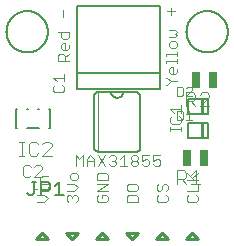
<source format=gbr>
G04 EAGLE Gerber RS-274X export*
G75*
%MOMM*%
%FSLAX34Y34*%
%LPD*%
%INSilkscreen Top*%
%IPPOS*%
%AMOC8*
5,1,8,0,0,1.08239X$1,22.5*%
G01*
%ADD10C,0.254000*%
%ADD11C,0.076200*%
%ADD12C,0.152400*%
%ADD13C,0.050800*%
%ADD14C,0.101600*%
%ADD15C,0.127000*%
%ADD16R,0.650000X1.400000*%


D10*
X109220Y7620D02*
X114300Y2540D01*
X119380Y7620D01*
X109220Y7620D01*
X134620Y2540D02*
X139700Y7620D01*
X134620Y2540D02*
X144780Y2540D01*
X139700Y7620D01*
X160020Y2540D02*
X170180Y2540D01*
X165100Y7620D01*
X160020Y2540D01*
X43180Y2540D02*
X33020Y2540D01*
X38100Y7620D02*
X43180Y2540D01*
X38100Y7620D02*
X33020Y2540D01*
X83820Y2540D02*
X93980Y2540D01*
X88900Y7620D01*
X83820Y2540D01*
X63500Y2540D02*
X58420Y7620D01*
X63500Y2540D02*
X68580Y7620D01*
X58420Y7620D01*
D11*
X134993Y38104D02*
X136561Y39672D01*
X134993Y38104D02*
X134993Y34969D01*
X136561Y33401D01*
X142831Y33401D01*
X144399Y34969D01*
X144399Y38104D01*
X142831Y39672D01*
X134993Y47459D02*
X136561Y49027D01*
X134993Y47459D02*
X134993Y44324D01*
X136561Y42756D01*
X138128Y42756D01*
X139696Y44324D01*
X139696Y47459D01*
X141264Y49027D01*
X142831Y49027D01*
X144399Y47459D01*
X144399Y44324D01*
X142831Y42756D01*
X85761Y39672D02*
X84193Y38104D01*
X84193Y34969D01*
X85761Y33401D01*
X92031Y33401D01*
X93599Y34969D01*
X93599Y38104D01*
X92031Y39672D01*
X88896Y39672D01*
X88896Y36536D01*
X93599Y42756D02*
X84193Y42756D01*
X93599Y49027D01*
X84193Y49027D01*
X84193Y52111D02*
X93599Y52111D01*
X93599Y56814D01*
X92031Y58382D01*
X85761Y58382D01*
X84193Y56814D01*
X84193Y52111D01*
X109593Y33401D02*
X118999Y33401D01*
X118999Y38104D01*
X117431Y39672D01*
X111161Y39672D01*
X109593Y38104D01*
X109593Y33401D01*
X109593Y44324D02*
X109593Y47459D01*
X109593Y44324D02*
X111161Y42756D01*
X117431Y42756D01*
X118999Y44324D01*
X118999Y47459D01*
X117431Y49027D01*
X111161Y49027D01*
X109593Y47459D01*
X160393Y38104D02*
X161961Y39672D01*
X160393Y38104D02*
X160393Y34969D01*
X161961Y33401D01*
X168231Y33401D01*
X169799Y34969D01*
X169799Y38104D01*
X168231Y39672D01*
X169799Y42756D02*
X160393Y42756D01*
X169799Y42756D02*
X169799Y49027D01*
X169799Y52111D02*
X160393Y52111D01*
X166664Y52111D02*
X160393Y58382D01*
X165096Y53679D02*
X169799Y58382D01*
X39664Y33401D02*
X33393Y33401D01*
X39664Y33401D02*
X42799Y36536D01*
X39664Y39672D01*
X33393Y39672D01*
X36528Y42756D02*
X36528Y44324D01*
X42799Y44324D01*
X42799Y42756D02*
X42799Y45892D01*
X33393Y44324D02*
X31825Y44324D01*
X36528Y48993D02*
X42799Y48993D01*
X36528Y48993D02*
X36528Y53696D01*
X38096Y55264D01*
X42799Y55264D01*
X142613Y132461D02*
X144181Y132461D01*
X147316Y135596D01*
X144181Y138732D01*
X142613Y138732D01*
X147316Y135596D02*
X152019Y135596D01*
X152019Y143384D02*
X152019Y146519D01*
X152019Y143384D02*
X150451Y141816D01*
X147316Y141816D01*
X145748Y143384D01*
X145748Y146519D01*
X147316Y148087D01*
X148884Y148087D01*
X148884Y141816D01*
X142613Y151171D02*
X142613Y152739D01*
X152019Y152739D01*
X152019Y151171D02*
X152019Y154307D01*
X142613Y157408D02*
X142613Y158976D01*
X152019Y158976D01*
X152019Y157408D02*
X152019Y160544D01*
X152019Y165213D02*
X152019Y168348D01*
X150451Y169916D01*
X147316Y169916D01*
X145748Y168348D01*
X145748Y165213D01*
X147316Y163645D01*
X150451Y163645D01*
X152019Y165213D01*
X150451Y173000D02*
X145748Y173000D01*
X150451Y173000D02*
X152019Y174568D01*
X150451Y176135D01*
X152019Y177703D01*
X150451Y179271D01*
X145748Y179271D01*
X147316Y191711D02*
X147316Y197981D01*
X144181Y194846D02*
X150451Y194846D01*
X60579Y152781D02*
X51173Y152781D01*
X51173Y157484D01*
X52741Y159052D01*
X55876Y159052D01*
X57444Y157484D01*
X57444Y152781D01*
X57444Y155916D02*
X60579Y159052D01*
X60579Y163704D02*
X60579Y166839D01*
X60579Y163704D02*
X59011Y162136D01*
X55876Y162136D01*
X54308Y163704D01*
X54308Y166839D01*
X55876Y168407D01*
X57444Y168407D01*
X57444Y162136D01*
X60579Y177762D02*
X51173Y177762D01*
X60579Y177762D02*
X60579Y173059D01*
X59011Y171491D01*
X55876Y171491D01*
X54308Y173059D01*
X54308Y177762D01*
X55876Y190202D02*
X55876Y196472D01*
X66421Y73287D02*
X66421Y63881D01*
X69556Y70152D02*
X66421Y73287D01*
X69556Y70152D02*
X72692Y73287D01*
X72692Y63881D01*
X75776Y63881D02*
X75776Y70152D01*
X78912Y73287D01*
X82047Y70152D01*
X82047Y63881D01*
X82047Y68584D02*
X75776Y68584D01*
X85131Y73287D02*
X91402Y63881D01*
X85131Y63881D02*
X91402Y73287D01*
X94487Y71719D02*
X96054Y73287D01*
X99190Y73287D01*
X100757Y71719D01*
X100757Y70152D01*
X99190Y68584D01*
X97622Y68584D01*
X99190Y68584D02*
X100757Y67016D01*
X100757Y65449D01*
X99190Y63881D01*
X96054Y63881D01*
X94487Y65449D01*
X103842Y70152D02*
X106977Y73287D01*
X106977Y63881D01*
X103842Y63881D02*
X110112Y63881D01*
X113197Y71719D02*
X114765Y73287D01*
X117900Y73287D01*
X119468Y71719D01*
X119468Y70152D01*
X117900Y68584D01*
X119468Y67016D01*
X119468Y65449D01*
X117900Y63881D01*
X114765Y63881D01*
X113197Y65449D01*
X113197Y67016D01*
X114765Y68584D01*
X113197Y70152D01*
X113197Y71719D01*
X114765Y68584D02*
X117900Y68584D01*
X122552Y73287D02*
X128823Y73287D01*
X122552Y73287D02*
X122552Y68584D01*
X125687Y70152D01*
X127255Y70152D01*
X128823Y68584D01*
X128823Y65449D01*
X127255Y63881D01*
X124120Y63881D01*
X122552Y65449D01*
X131907Y73287D02*
X138178Y73287D01*
X131907Y73287D02*
X131907Y68584D01*
X135043Y70152D01*
X136610Y70152D01*
X138178Y68584D01*
X138178Y65449D01*
X136610Y63881D01*
X133475Y63881D01*
X131907Y65449D01*
X60361Y33401D02*
X58793Y34969D01*
X58793Y38104D01*
X60361Y39672D01*
X61928Y39672D01*
X63496Y38104D01*
X63496Y36536D01*
X63496Y38104D02*
X65064Y39672D01*
X66631Y39672D01*
X68199Y38104D01*
X68199Y34969D01*
X66631Y33401D01*
X65064Y42756D02*
X58793Y42756D01*
X65064Y42756D02*
X68199Y45892D01*
X65064Y49027D01*
X58793Y49027D01*
X68199Y53679D02*
X68199Y56814D01*
X66631Y58382D01*
X63496Y58382D01*
X61928Y56814D01*
X61928Y53679D01*
X63496Y52111D01*
X66631Y52111D01*
X68199Y53679D01*
X47223Y130994D02*
X48791Y132561D01*
X47223Y130994D02*
X47223Y127858D01*
X48791Y126291D01*
X55061Y126291D01*
X56629Y127858D01*
X56629Y130994D01*
X55061Y132561D01*
X50358Y135646D02*
X47223Y138781D01*
X56629Y138781D01*
X56629Y135646D02*
X56629Y141917D01*
D12*
X121158Y123190D02*
X121158Y80010D01*
X85852Y76200D02*
X85730Y76202D01*
X85608Y76208D01*
X85486Y76218D01*
X85365Y76231D01*
X85244Y76249D01*
X85124Y76270D01*
X85004Y76296D01*
X84886Y76325D01*
X84768Y76357D01*
X84651Y76394D01*
X84536Y76434D01*
X84422Y76478D01*
X84310Y76526D01*
X84199Y76577D01*
X84090Y76632D01*
X83982Y76690D01*
X83877Y76752D01*
X83774Y76817D01*
X83672Y76885D01*
X83573Y76957D01*
X83477Y77031D01*
X83382Y77109D01*
X83291Y77190D01*
X83201Y77273D01*
X83115Y77359D01*
X83032Y77449D01*
X82951Y77540D01*
X82873Y77635D01*
X82799Y77731D01*
X82727Y77830D01*
X82659Y77932D01*
X82594Y78035D01*
X82532Y78140D01*
X82474Y78248D01*
X82419Y78357D01*
X82368Y78468D01*
X82320Y78580D01*
X82276Y78694D01*
X82236Y78809D01*
X82199Y78926D01*
X82167Y79044D01*
X82138Y79162D01*
X82112Y79282D01*
X82091Y79402D01*
X82073Y79523D01*
X82060Y79644D01*
X82050Y79766D01*
X82044Y79888D01*
X82042Y80010D01*
X121158Y123190D02*
X121156Y123312D01*
X121150Y123434D01*
X121140Y123556D01*
X121127Y123677D01*
X121109Y123798D01*
X121088Y123918D01*
X121062Y124038D01*
X121033Y124156D01*
X121001Y124274D01*
X120964Y124391D01*
X120924Y124506D01*
X120880Y124620D01*
X120832Y124732D01*
X120781Y124843D01*
X120726Y124952D01*
X120668Y125060D01*
X120606Y125165D01*
X120541Y125268D01*
X120473Y125370D01*
X120401Y125469D01*
X120327Y125565D01*
X120249Y125660D01*
X120168Y125751D01*
X120085Y125841D01*
X119999Y125927D01*
X119909Y126010D01*
X119818Y126091D01*
X119723Y126169D01*
X119627Y126243D01*
X119528Y126315D01*
X119426Y126383D01*
X119323Y126448D01*
X119218Y126510D01*
X119110Y126568D01*
X119001Y126623D01*
X118890Y126674D01*
X118778Y126722D01*
X118664Y126766D01*
X118549Y126806D01*
X118432Y126843D01*
X118314Y126875D01*
X118196Y126904D01*
X118076Y126930D01*
X117956Y126951D01*
X117835Y126969D01*
X117714Y126982D01*
X117592Y126992D01*
X117470Y126998D01*
X117348Y127000D01*
X121158Y80010D02*
X121156Y79888D01*
X121150Y79766D01*
X121140Y79644D01*
X121127Y79523D01*
X121109Y79402D01*
X121088Y79282D01*
X121062Y79162D01*
X121033Y79044D01*
X121001Y78926D01*
X120964Y78809D01*
X120924Y78694D01*
X120880Y78580D01*
X120832Y78468D01*
X120781Y78357D01*
X120726Y78248D01*
X120668Y78140D01*
X120606Y78035D01*
X120541Y77932D01*
X120473Y77830D01*
X120401Y77731D01*
X120327Y77635D01*
X120249Y77540D01*
X120168Y77449D01*
X120085Y77359D01*
X119999Y77273D01*
X119909Y77190D01*
X119818Y77109D01*
X119723Y77031D01*
X119627Y76957D01*
X119528Y76885D01*
X119426Y76817D01*
X119323Y76752D01*
X119218Y76690D01*
X119110Y76632D01*
X119001Y76577D01*
X118890Y76526D01*
X118778Y76478D01*
X118664Y76434D01*
X118549Y76394D01*
X118432Y76357D01*
X118314Y76325D01*
X118196Y76296D01*
X118076Y76270D01*
X117956Y76249D01*
X117835Y76231D01*
X117714Y76218D01*
X117592Y76208D01*
X117470Y76202D01*
X117348Y76200D01*
X82042Y123190D02*
X82044Y123312D01*
X82050Y123434D01*
X82060Y123556D01*
X82073Y123677D01*
X82091Y123798D01*
X82112Y123918D01*
X82138Y124038D01*
X82167Y124156D01*
X82199Y124274D01*
X82236Y124391D01*
X82276Y124506D01*
X82320Y124620D01*
X82368Y124732D01*
X82419Y124843D01*
X82474Y124952D01*
X82532Y125060D01*
X82594Y125165D01*
X82659Y125268D01*
X82727Y125370D01*
X82799Y125469D01*
X82873Y125565D01*
X82951Y125660D01*
X83032Y125751D01*
X83115Y125841D01*
X83201Y125927D01*
X83291Y126010D01*
X83382Y126091D01*
X83477Y126169D01*
X83573Y126243D01*
X83672Y126315D01*
X83774Y126383D01*
X83877Y126448D01*
X83982Y126510D01*
X84090Y126568D01*
X84199Y126623D01*
X84310Y126674D01*
X84422Y126722D01*
X84536Y126766D01*
X84651Y126806D01*
X84768Y126843D01*
X84886Y126875D01*
X85004Y126904D01*
X85124Y126930D01*
X85244Y126951D01*
X85365Y126969D01*
X85486Y126982D01*
X85608Y126992D01*
X85730Y126998D01*
X85852Y127000D01*
X82042Y123190D02*
X82042Y80010D01*
X85852Y76200D02*
X117348Y76200D01*
X117348Y127000D02*
X85852Y127000D01*
X96520Y127000D02*
X96522Y126859D01*
X96528Y126718D01*
X96538Y126577D01*
X96551Y126436D01*
X96569Y126296D01*
X96591Y126157D01*
X96616Y126018D01*
X96645Y125879D01*
X96678Y125742D01*
X96715Y125606D01*
X96756Y125471D01*
X96800Y125336D01*
X96848Y125204D01*
X96900Y125072D01*
X96955Y124942D01*
X97014Y124814D01*
X97077Y124687D01*
X97143Y124563D01*
X97212Y124440D01*
X97285Y124319D01*
X97361Y124200D01*
X97441Y124083D01*
X97524Y123969D01*
X97609Y123856D01*
X97698Y123747D01*
X97790Y123639D01*
X97885Y123535D01*
X97983Y123433D01*
X98084Y123334D01*
X98187Y123237D01*
X98293Y123144D01*
X98401Y123054D01*
X98512Y122966D01*
X98625Y122882D01*
X98741Y122801D01*
X98859Y122723D01*
X98979Y122648D01*
X99101Y122577D01*
X99225Y122509D01*
X99351Y122445D01*
X99478Y122384D01*
X99607Y122327D01*
X99738Y122274D01*
X99870Y122224D01*
X100003Y122177D01*
X100138Y122135D01*
X100274Y122096D01*
X100411Y122061D01*
X100548Y122030D01*
X100687Y122003D01*
X100826Y121979D01*
X100966Y121960D01*
X101106Y121944D01*
X101247Y121932D01*
X101388Y121924D01*
X101529Y121920D01*
X101671Y121920D01*
X101812Y121924D01*
X101953Y121932D01*
X102094Y121944D01*
X102234Y121960D01*
X102374Y121979D01*
X102513Y122003D01*
X102652Y122030D01*
X102789Y122061D01*
X102926Y122096D01*
X103062Y122135D01*
X103197Y122177D01*
X103330Y122224D01*
X103462Y122274D01*
X103593Y122327D01*
X103722Y122384D01*
X103849Y122445D01*
X103975Y122509D01*
X104099Y122577D01*
X104221Y122648D01*
X104341Y122723D01*
X104459Y122801D01*
X104575Y122882D01*
X104688Y122966D01*
X104799Y123054D01*
X104907Y123144D01*
X105013Y123237D01*
X105116Y123334D01*
X105217Y123433D01*
X105315Y123535D01*
X105410Y123639D01*
X105502Y123747D01*
X105591Y123856D01*
X105676Y123969D01*
X105759Y124083D01*
X105839Y124200D01*
X105915Y124319D01*
X105988Y124440D01*
X106057Y124563D01*
X106123Y124687D01*
X106186Y124814D01*
X106245Y124942D01*
X106300Y125072D01*
X106352Y125204D01*
X106400Y125336D01*
X106444Y125471D01*
X106485Y125606D01*
X106522Y125742D01*
X106555Y125879D01*
X106584Y126018D01*
X106609Y126157D01*
X106631Y126296D01*
X106649Y126436D01*
X106662Y126577D01*
X106672Y126718D01*
X106678Y126859D01*
X106680Y127000D01*
D13*
X85598Y127000D02*
X85598Y76200D01*
D14*
X155702Y93671D02*
X155702Y96721D01*
X155702Y95196D02*
X146550Y95196D01*
X146550Y93671D02*
X146550Y96721D01*
X146550Y104484D02*
X148076Y106009D01*
X146550Y104484D02*
X146550Y101433D01*
X148076Y99908D01*
X154177Y99908D01*
X155702Y101433D01*
X155702Y104484D01*
X154177Y106009D01*
X149601Y109263D02*
X146550Y112313D01*
X155702Y112313D01*
X155702Y109263D02*
X155702Y115364D01*
D15*
X67600Y143100D02*
X67600Y199100D01*
X67600Y143100D02*
X67600Y129100D01*
X137600Y129100D01*
X137600Y143100D01*
X137600Y199100D01*
X67600Y199100D01*
X67600Y143100D02*
X137600Y143100D01*
D12*
X160300Y177800D02*
X160305Y178229D01*
X160321Y178659D01*
X160347Y179087D01*
X160384Y179515D01*
X160432Y179942D01*
X160489Y180368D01*
X160558Y180792D01*
X160636Y181214D01*
X160725Y181634D01*
X160824Y182052D01*
X160934Y182467D01*
X161054Y182880D01*
X161183Y183289D01*
X161323Y183696D01*
X161473Y184098D01*
X161632Y184497D01*
X161801Y184892D01*
X161980Y185282D01*
X162169Y185668D01*
X162366Y186049D01*
X162573Y186426D01*
X162790Y186797D01*
X163015Y187162D01*
X163249Y187522D01*
X163492Y187877D01*
X163744Y188225D01*
X164004Y188567D01*
X164272Y188902D01*
X164549Y189231D01*
X164833Y189552D01*
X165126Y189867D01*
X165426Y190174D01*
X165733Y190474D01*
X166048Y190767D01*
X166369Y191051D01*
X166698Y191328D01*
X167033Y191596D01*
X167375Y191856D01*
X167723Y192108D01*
X168078Y192351D01*
X168438Y192585D01*
X168803Y192810D01*
X169174Y193027D01*
X169551Y193234D01*
X169932Y193431D01*
X170318Y193620D01*
X170708Y193799D01*
X171103Y193968D01*
X171502Y194127D01*
X171904Y194277D01*
X172311Y194417D01*
X172720Y194546D01*
X173133Y194666D01*
X173548Y194776D01*
X173966Y194875D01*
X174386Y194964D01*
X174808Y195042D01*
X175232Y195111D01*
X175658Y195168D01*
X176085Y195216D01*
X176513Y195253D01*
X176941Y195279D01*
X177371Y195295D01*
X177800Y195300D01*
X178229Y195295D01*
X178659Y195279D01*
X179087Y195253D01*
X179515Y195216D01*
X179942Y195168D01*
X180368Y195111D01*
X180792Y195042D01*
X181214Y194964D01*
X181634Y194875D01*
X182052Y194776D01*
X182467Y194666D01*
X182880Y194546D01*
X183289Y194417D01*
X183696Y194277D01*
X184098Y194127D01*
X184497Y193968D01*
X184892Y193799D01*
X185282Y193620D01*
X185668Y193431D01*
X186049Y193234D01*
X186426Y193027D01*
X186797Y192810D01*
X187162Y192585D01*
X187522Y192351D01*
X187877Y192108D01*
X188225Y191856D01*
X188567Y191596D01*
X188902Y191328D01*
X189231Y191051D01*
X189552Y190767D01*
X189867Y190474D01*
X190174Y190174D01*
X190474Y189867D01*
X190767Y189552D01*
X191051Y189231D01*
X191328Y188902D01*
X191596Y188567D01*
X191856Y188225D01*
X192108Y187877D01*
X192351Y187522D01*
X192585Y187162D01*
X192810Y186797D01*
X193027Y186426D01*
X193234Y186049D01*
X193431Y185668D01*
X193620Y185282D01*
X193799Y184892D01*
X193968Y184497D01*
X194127Y184098D01*
X194277Y183696D01*
X194417Y183289D01*
X194546Y182880D01*
X194666Y182467D01*
X194776Y182052D01*
X194875Y181634D01*
X194964Y181214D01*
X195042Y180792D01*
X195111Y180368D01*
X195168Y179942D01*
X195216Y179515D01*
X195253Y179087D01*
X195279Y178659D01*
X195295Y178229D01*
X195300Y177800D01*
X195295Y177371D01*
X195279Y176941D01*
X195253Y176513D01*
X195216Y176085D01*
X195168Y175658D01*
X195111Y175232D01*
X195042Y174808D01*
X194964Y174386D01*
X194875Y173966D01*
X194776Y173548D01*
X194666Y173133D01*
X194546Y172720D01*
X194417Y172311D01*
X194277Y171904D01*
X194127Y171502D01*
X193968Y171103D01*
X193799Y170708D01*
X193620Y170318D01*
X193431Y169932D01*
X193234Y169551D01*
X193027Y169174D01*
X192810Y168803D01*
X192585Y168438D01*
X192351Y168078D01*
X192108Y167723D01*
X191856Y167375D01*
X191596Y167033D01*
X191328Y166698D01*
X191051Y166369D01*
X190767Y166048D01*
X190474Y165733D01*
X190174Y165426D01*
X189867Y165126D01*
X189552Y164833D01*
X189231Y164549D01*
X188902Y164272D01*
X188567Y164004D01*
X188225Y163744D01*
X187877Y163492D01*
X187522Y163249D01*
X187162Y163015D01*
X186797Y162790D01*
X186426Y162573D01*
X186049Y162366D01*
X185668Y162169D01*
X185282Y161980D01*
X184892Y161801D01*
X184497Y161632D01*
X184098Y161473D01*
X183696Y161323D01*
X183289Y161183D01*
X182880Y161054D01*
X182467Y160934D01*
X182052Y160824D01*
X181634Y160725D01*
X181214Y160636D01*
X180792Y160558D01*
X180368Y160489D01*
X179942Y160432D01*
X179515Y160384D01*
X179087Y160347D01*
X178659Y160321D01*
X178229Y160305D01*
X177800Y160300D01*
X177371Y160305D01*
X176941Y160321D01*
X176513Y160347D01*
X176085Y160384D01*
X175658Y160432D01*
X175232Y160489D01*
X174808Y160558D01*
X174386Y160636D01*
X173966Y160725D01*
X173548Y160824D01*
X173133Y160934D01*
X172720Y161054D01*
X172311Y161183D01*
X171904Y161323D01*
X171502Y161473D01*
X171103Y161632D01*
X170708Y161801D01*
X170318Y161980D01*
X169932Y162169D01*
X169551Y162366D01*
X169174Y162573D01*
X168803Y162790D01*
X168438Y163015D01*
X168078Y163249D01*
X167723Y163492D01*
X167375Y163744D01*
X167033Y164004D01*
X166698Y164272D01*
X166369Y164549D01*
X166048Y164833D01*
X165733Y165126D01*
X165426Y165426D01*
X165126Y165733D01*
X164833Y166048D01*
X164549Y166369D01*
X164272Y166698D01*
X164004Y167033D01*
X163744Y167375D01*
X163492Y167723D01*
X163249Y168078D01*
X163015Y168438D01*
X162790Y168803D01*
X162573Y169174D01*
X162366Y169551D01*
X162169Y169932D01*
X161980Y170318D01*
X161801Y170708D01*
X161632Y171103D01*
X161473Y171502D01*
X161323Y171904D01*
X161183Y172311D01*
X161054Y172720D01*
X160934Y173133D01*
X160824Y173548D01*
X160725Y173966D01*
X160636Y174386D01*
X160558Y174808D01*
X160489Y175232D01*
X160432Y175658D01*
X160384Y176085D01*
X160347Y176513D01*
X160321Y176941D01*
X160305Y177371D01*
X160300Y177800D01*
X7900Y177800D02*
X7905Y178229D01*
X7921Y178659D01*
X7947Y179087D01*
X7984Y179515D01*
X8032Y179942D01*
X8089Y180368D01*
X8158Y180792D01*
X8236Y181214D01*
X8325Y181634D01*
X8424Y182052D01*
X8534Y182467D01*
X8654Y182880D01*
X8783Y183289D01*
X8923Y183696D01*
X9073Y184098D01*
X9232Y184497D01*
X9401Y184892D01*
X9580Y185282D01*
X9769Y185668D01*
X9966Y186049D01*
X10173Y186426D01*
X10390Y186797D01*
X10615Y187162D01*
X10849Y187522D01*
X11092Y187877D01*
X11344Y188225D01*
X11604Y188567D01*
X11872Y188902D01*
X12149Y189231D01*
X12433Y189552D01*
X12726Y189867D01*
X13026Y190174D01*
X13333Y190474D01*
X13648Y190767D01*
X13969Y191051D01*
X14298Y191328D01*
X14633Y191596D01*
X14975Y191856D01*
X15323Y192108D01*
X15678Y192351D01*
X16038Y192585D01*
X16403Y192810D01*
X16774Y193027D01*
X17151Y193234D01*
X17532Y193431D01*
X17918Y193620D01*
X18308Y193799D01*
X18703Y193968D01*
X19102Y194127D01*
X19504Y194277D01*
X19911Y194417D01*
X20320Y194546D01*
X20733Y194666D01*
X21148Y194776D01*
X21566Y194875D01*
X21986Y194964D01*
X22408Y195042D01*
X22832Y195111D01*
X23258Y195168D01*
X23685Y195216D01*
X24113Y195253D01*
X24541Y195279D01*
X24971Y195295D01*
X25400Y195300D01*
X25829Y195295D01*
X26259Y195279D01*
X26687Y195253D01*
X27115Y195216D01*
X27542Y195168D01*
X27968Y195111D01*
X28392Y195042D01*
X28814Y194964D01*
X29234Y194875D01*
X29652Y194776D01*
X30067Y194666D01*
X30480Y194546D01*
X30889Y194417D01*
X31296Y194277D01*
X31698Y194127D01*
X32097Y193968D01*
X32492Y193799D01*
X32882Y193620D01*
X33268Y193431D01*
X33649Y193234D01*
X34026Y193027D01*
X34397Y192810D01*
X34762Y192585D01*
X35122Y192351D01*
X35477Y192108D01*
X35825Y191856D01*
X36167Y191596D01*
X36502Y191328D01*
X36831Y191051D01*
X37152Y190767D01*
X37467Y190474D01*
X37774Y190174D01*
X38074Y189867D01*
X38367Y189552D01*
X38651Y189231D01*
X38928Y188902D01*
X39196Y188567D01*
X39456Y188225D01*
X39708Y187877D01*
X39951Y187522D01*
X40185Y187162D01*
X40410Y186797D01*
X40627Y186426D01*
X40834Y186049D01*
X41031Y185668D01*
X41220Y185282D01*
X41399Y184892D01*
X41568Y184497D01*
X41727Y184098D01*
X41877Y183696D01*
X42017Y183289D01*
X42146Y182880D01*
X42266Y182467D01*
X42376Y182052D01*
X42475Y181634D01*
X42564Y181214D01*
X42642Y180792D01*
X42711Y180368D01*
X42768Y179942D01*
X42816Y179515D01*
X42853Y179087D01*
X42879Y178659D01*
X42895Y178229D01*
X42900Y177800D01*
X42895Y177371D01*
X42879Y176941D01*
X42853Y176513D01*
X42816Y176085D01*
X42768Y175658D01*
X42711Y175232D01*
X42642Y174808D01*
X42564Y174386D01*
X42475Y173966D01*
X42376Y173548D01*
X42266Y173133D01*
X42146Y172720D01*
X42017Y172311D01*
X41877Y171904D01*
X41727Y171502D01*
X41568Y171103D01*
X41399Y170708D01*
X41220Y170318D01*
X41031Y169932D01*
X40834Y169551D01*
X40627Y169174D01*
X40410Y168803D01*
X40185Y168438D01*
X39951Y168078D01*
X39708Y167723D01*
X39456Y167375D01*
X39196Y167033D01*
X38928Y166698D01*
X38651Y166369D01*
X38367Y166048D01*
X38074Y165733D01*
X37774Y165426D01*
X37467Y165126D01*
X37152Y164833D01*
X36831Y164549D01*
X36502Y164272D01*
X36167Y164004D01*
X35825Y163744D01*
X35477Y163492D01*
X35122Y163249D01*
X34762Y163015D01*
X34397Y162790D01*
X34026Y162573D01*
X33649Y162366D01*
X33268Y162169D01*
X32882Y161980D01*
X32492Y161801D01*
X32097Y161632D01*
X31698Y161473D01*
X31296Y161323D01*
X30889Y161183D01*
X30480Y161054D01*
X30067Y160934D01*
X29652Y160824D01*
X29234Y160725D01*
X28814Y160636D01*
X28392Y160558D01*
X27968Y160489D01*
X27542Y160432D01*
X27115Y160384D01*
X26687Y160347D01*
X26259Y160321D01*
X25829Y160305D01*
X25400Y160300D01*
X24971Y160305D01*
X24541Y160321D01*
X24113Y160347D01*
X23685Y160384D01*
X23258Y160432D01*
X22832Y160489D01*
X22408Y160558D01*
X21986Y160636D01*
X21566Y160725D01*
X21148Y160824D01*
X20733Y160934D01*
X20320Y161054D01*
X19911Y161183D01*
X19504Y161323D01*
X19102Y161473D01*
X18703Y161632D01*
X18308Y161801D01*
X17918Y161980D01*
X17532Y162169D01*
X17151Y162366D01*
X16774Y162573D01*
X16403Y162790D01*
X16038Y163015D01*
X15678Y163249D01*
X15323Y163492D01*
X14975Y163744D01*
X14633Y164004D01*
X14298Y164272D01*
X13969Y164549D01*
X13648Y164833D01*
X13333Y165126D01*
X13026Y165426D01*
X12726Y165733D01*
X12433Y166048D01*
X12149Y166369D01*
X11872Y166698D01*
X11604Y167033D01*
X11344Y167375D01*
X11092Y167723D01*
X10849Y168078D01*
X10615Y168438D01*
X10390Y168803D01*
X10173Y169174D01*
X9966Y169551D01*
X9769Y169932D01*
X9580Y170318D01*
X9401Y170708D01*
X9232Y171103D01*
X9073Y171502D01*
X8923Y171904D01*
X8783Y172311D01*
X8654Y172720D01*
X8534Y173133D01*
X8424Y173548D01*
X8325Y173966D01*
X8236Y174386D01*
X8158Y174808D01*
X8089Y175232D01*
X8032Y175658D01*
X7984Y176085D01*
X7947Y176513D01*
X7921Y176941D01*
X7905Y177371D01*
X7900Y177800D01*
D15*
X25273Y41150D02*
X27180Y39243D01*
X29086Y39243D01*
X30993Y41150D01*
X30993Y50683D01*
X29086Y50683D02*
X32900Y50683D01*
X36967Y50683D02*
X36967Y39243D01*
X36967Y50683D02*
X42687Y50683D01*
X44593Y48776D01*
X44593Y44963D01*
X42687Y43056D01*
X36967Y43056D01*
X48661Y46870D02*
X52474Y50683D01*
X52474Y39243D01*
X48661Y39243D02*
X56287Y39243D01*
D11*
X28421Y62969D02*
X26854Y64537D01*
X23718Y64537D01*
X22151Y62969D01*
X22151Y56699D01*
X23718Y55131D01*
X26854Y55131D01*
X28421Y56699D01*
X31506Y55131D02*
X37777Y55131D01*
X31506Y55131D02*
X37777Y61402D01*
X37777Y62969D01*
X36209Y64537D01*
X33073Y64537D01*
X31506Y62969D01*
D12*
X16260Y96040D02*
X16260Y112240D01*
X44700Y112240D02*
X44700Y96040D01*
X35700Y96040D02*
X25260Y96040D01*
X34760Y112240D02*
X35700Y112240D01*
X26200Y112240D02*
X25260Y112240D01*
X43760Y112240D02*
X44700Y112240D01*
X17200Y112240D02*
X16260Y112240D01*
X16260Y96040D02*
X17200Y96040D01*
X43760Y96040D02*
X44700Y96040D01*
D14*
X22752Y72898D02*
X18854Y72898D01*
X20803Y72898D02*
X20803Y84592D01*
X18854Y84592D02*
X22752Y84592D01*
X32497Y84592D02*
X34446Y82643D01*
X32497Y84592D02*
X28599Y84592D01*
X26650Y82643D01*
X26650Y74847D01*
X28599Y72898D01*
X32497Y72898D01*
X34446Y74847D01*
X38344Y72898D02*
X46140Y72898D01*
X38344Y72898D02*
X46140Y80694D01*
X46140Y82643D01*
X44191Y84592D01*
X40293Y84592D01*
X38344Y82643D01*
D15*
X161680Y100480D02*
X178680Y100480D01*
X178680Y87480D01*
X161680Y87480D01*
X161680Y100480D01*
X174180Y99980D02*
X174180Y87980D01*
X173180Y87980D01*
X173180Y99980D01*
D11*
X152561Y103361D02*
X152561Y110733D01*
X152561Y103361D02*
X156247Y103361D01*
X157476Y104590D01*
X157476Y109505D01*
X156247Y110733D01*
X152561Y110733D01*
X160045Y108276D02*
X162503Y110733D01*
X162503Y103361D01*
X164960Y103361D02*
X160045Y103361D01*
D15*
X161680Y120800D02*
X178680Y120800D01*
X178680Y107800D01*
X161680Y107800D01*
X161680Y120800D01*
X174180Y120300D02*
X174180Y108300D01*
X173180Y108300D01*
X173180Y120300D01*
D11*
X152561Y123681D02*
X152561Y131053D01*
X152561Y123681D02*
X156247Y123681D01*
X157476Y124910D01*
X157476Y129825D01*
X156247Y131053D01*
X152561Y131053D01*
X160045Y123681D02*
X164960Y123681D01*
X160045Y123681D02*
X164960Y128596D01*
X164960Y129825D01*
X163731Y131053D01*
X161274Y131053D01*
X160045Y129825D01*
D16*
X160326Y71105D03*
X175058Y71105D03*
D14*
X152380Y60462D02*
X152380Y48768D01*
X152380Y60462D02*
X158227Y60462D01*
X160176Y58513D01*
X160176Y54615D01*
X158227Y52666D01*
X152380Y52666D01*
X156278Y52666D02*
X160176Y48768D01*
X164074Y56564D02*
X167972Y60462D01*
X167972Y48768D01*
X164074Y48768D02*
X171870Y48768D01*
D16*
X167946Y137145D03*
X182678Y137145D03*
D14*
X160000Y126502D02*
X160000Y114808D01*
X160000Y126502D02*
X165847Y126502D01*
X167796Y124553D01*
X167796Y120655D01*
X165847Y118706D01*
X160000Y118706D01*
X163898Y118706D02*
X167796Y114808D01*
X171694Y114808D02*
X179490Y114808D01*
X171694Y114808D02*
X179490Y122604D01*
X179490Y124553D01*
X177541Y126502D01*
X173643Y126502D01*
X171694Y124553D01*
M02*

</source>
